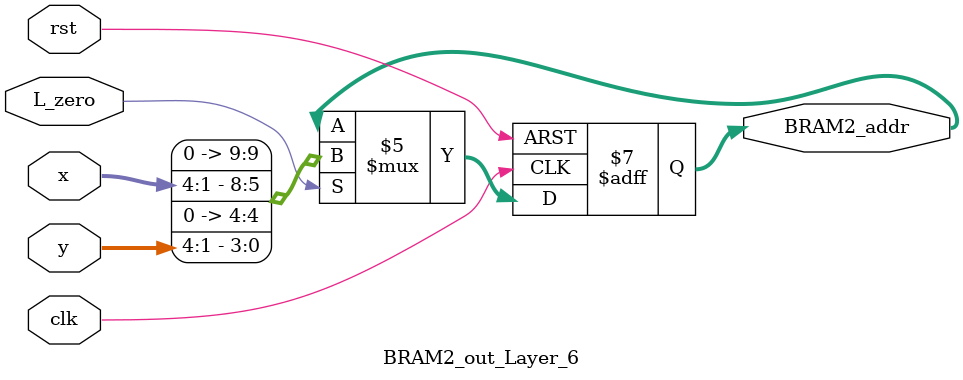
<source format=v>
module BRAM2_out_Layer_6(BRAM2_addr,clk,rst,L_zero,x,y);
output reg [9:0] BRAM2_addr;
input clk,rst,L_zero;
input [4:0] x,y;
always @ (posedge clk or negedge rst)
	begin
		if (! rst ) 
			BRAM2_addr<=0;
		else if(L_zero)
			BRAM2_addr<={x>>1,y>>1};
	end

endmodule

</source>
